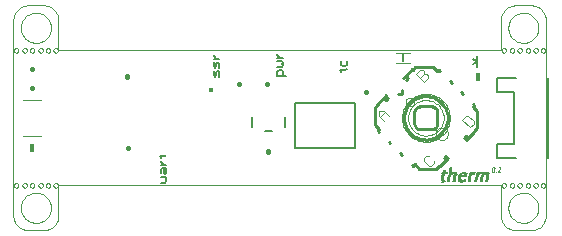
<source format=gto>
G75*
%MOIN*%
%OFA0B0*%
%FSLAX24Y24*%
%IPPOS*%
%LPD*%
%AMOC8*
5,1,8,0,0,1.08239X$1,22.5*
%
%ADD10C,0.0000*%
%ADD11C,0.0050*%
%ADD12C,0.0100*%
%ADD13C,0.0020*%
%ADD14C,0.0040*%
%ADD15C,0.0080*%
%ADD16R,0.0050X0.0305*%
%ADD17C,0.0160*%
%ADD18R,0.0160X0.0280*%
%ADD19R,0.0177X0.0177*%
%ADD20R,0.0100X0.0020*%
%ADD21R,0.0160X0.0020*%
%ADD22R,0.0180X0.0020*%
%ADD23R,0.0240X0.0020*%
%ADD24R,0.0140X0.0020*%
%ADD25R,0.0060X0.0020*%
%ADD26R,0.0120X0.0020*%
%ADD27R,0.0080X0.0020*%
%ADD28R,0.0300X0.0020*%
%ADD29R,0.0200X0.0020*%
%ADD30R,0.0280X0.0020*%
%ADD31R,0.0440X0.0020*%
%ADD32R,0.0220X0.0020*%
%ADD33R,0.0260X0.0020*%
%ADD34R,0.0020X0.0020*%
%ADD35R,0.0040X0.0020*%
D10*
X004943Y002893D02*
X005443Y002893D01*
X005487Y002895D01*
X005530Y002901D01*
X005572Y002910D01*
X005614Y002923D01*
X005654Y002940D01*
X005693Y002960D01*
X005730Y002983D01*
X005764Y003010D01*
X005797Y003039D01*
X005826Y003072D01*
X005853Y003106D01*
X005876Y003143D01*
X005896Y003182D01*
X005913Y003222D01*
X005926Y003264D01*
X005935Y003306D01*
X005941Y003349D01*
X005943Y003393D01*
X005943Y004393D01*
X020693Y004393D01*
X020693Y003393D01*
X020695Y003349D01*
X020701Y003306D01*
X020710Y003264D01*
X020723Y003222D01*
X020740Y003182D01*
X020760Y003143D01*
X020783Y003106D01*
X020810Y003072D01*
X020839Y003039D01*
X020872Y003010D01*
X020906Y002983D01*
X020943Y002960D01*
X020982Y002940D01*
X021022Y002923D01*
X021064Y002910D01*
X021106Y002901D01*
X021149Y002895D01*
X021193Y002893D01*
X021693Y002893D01*
X021737Y002895D01*
X021780Y002901D01*
X021822Y002910D01*
X021864Y002923D01*
X021904Y002940D01*
X021943Y002960D01*
X021980Y002983D01*
X022014Y003010D01*
X022047Y003039D01*
X022076Y003072D01*
X022103Y003106D01*
X022126Y003143D01*
X022146Y003182D01*
X022163Y003222D01*
X022176Y003264D01*
X022185Y003306D01*
X022191Y003349D01*
X022193Y003393D01*
X022193Y009893D01*
X022191Y009937D01*
X022185Y009980D01*
X022176Y010022D01*
X022163Y010064D01*
X022146Y010104D01*
X022126Y010143D01*
X022103Y010180D01*
X022076Y010214D01*
X022047Y010247D01*
X022014Y010276D01*
X021980Y010303D01*
X021943Y010326D01*
X021904Y010346D01*
X021864Y010363D01*
X021822Y010376D01*
X021780Y010385D01*
X021737Y010391D01*
X021693Y010393D01*
X021193Y010393D01*
X021149Y010391D01*
X021106Y010385D01*
X021064Y010376D01*
X021022Y010363D01*
X020982Y010346D01*
X020943Y010326D01*
X020906Y010303D01*
X020872Y010276D01*
X020839Y010247D01*
X020810Y010214D01*
X020783Y010180D01*
X020760Y010143D01*
X020740Y010104D01*
X020723Y010064D01*
X020710Y010022D01*
X020701Y009980D01*
X020695Y009937D01*
X020693Y009893D01*
X020693Y008893D01*
X005943Y008893D01*
X005943Y009893D01*
X005941Y009937D01*
X005935Y009980D01*
X005926Y010022D01*
X005913Y010064D01*
X005896Y010104D01*
X005876Y010143D01*
X005853Y010180D01*
X005826Y010214D01*
X005797Y010247D01*
X005764Y010276D01*
X005730Y010303D01*
X005693Y010326D01*
X005654Y010346D01*
X005614Y010363D01*
X005572Y010376D01*
X005530Y010385D01*
X005487Y010391D01*
X005443Y010393D01*
X004943Y010393D01*
X004899Y010391D01*
X004856Y010385D01*
X004814Y010376D01*
X004772Y010363D01*
X004732Y010346D01*
X004693Y010326D01*
X004656Y010303D01*
X004622Y010276D01*
X004589Y010247D01*
X004560Y010214D01*
X004533Y010180D01*
X004510Y010143D01*
X004490Y010104D01*
X004473Y010064D01*
X004460Y010022D01*
X004451Y009980D01*
X004445Y009937D01*
X004443Y009893D01*
X004443Y003393D01*
X004445Y003349D01*
X004451Y003306D01*
X004460Y003264D01*
X004473Y003222D01*
X004490Y003182D01*
X004510Y003143D01*
X004533Y003106D01*
X004560Y003072D01*
X004589Y003039D01*
X004622Y003010D01*
X004656Y002983D01*
X004693Y002960D01*
X004732Y002940D01*
X004772Y002923D01*
X004814Y002910D01*
X004856Y002901D01*
X004899Y002895D01*
X004943Y002893D01*
X004693Y003643D02*
X004695Y003687D01*
X004701Y003731D01*
X004711Y003774D01*
X004724Y003816D01*
X004741Y003857D01*
X004762Y003896D01*
X004786Y003933D01*
X004813Y003968D01*
X004843Y004000D01*
X004876Y004030D01*
X004912Y004056D01*
X004949Y004080D01*
X004989Y004099D01*
X005030Y004116D01*
X005073Y004128D01*
X005116Y004137D01*
X005160Y004142D01*
X005204Y004143D01*
X005248Y004140D01*
X005292Y004133D01*
X005335Y004122D01*
X005377Y004108D01*
X005417Y004090D01*
X005456Y004068D01*
X005492Y004044D01*
X005526Y004016D01*
X005558Y003985D01*
X005587Y003951D01*
X005613Y003915D01*
X005635Y003877D01*
X005654Y003837D01*
X005669Y003795D01*
X005681Y003753D01*
X005689Y003709D01*
X005693Y003665D01*
X005693Y003621D01*
X005689Y003577D01*
X005681Y003533D01*
X005669Y003491D01*
X005654Y003449D01*
X005635Y003409D01*
X005613Y003371D01*
X005587Y003335D01*
X005558Y003301D01*
X005526Y003270D01*
X005492Y003242D01*
X005456Y003218D01*
X005417Y003196D01*
X005377Y003178D01*
X005335Y003164D01*
X005292Y003153D01*
X005248Y003146D01*
X005204Y003143D01*
X005160Y003144D01*
X005116Y003149D01*
X005073Y003158D01*
X005030Y003170D01*
X004989Y003187D01*
X004949Y003206D01*
X004912Y003230D01*
X004876Y003256D01*
X004843Y003286D01*
X004813Y003318D01*
X004786Y003353D01*
X004762Y003390D01*
X004741Y003429D01*
X004724Y003470D01*
X004711Y003512D01*
X004701Y003555D01*
X004695Y003599D01*
X004693Y003643D01*
X004743Y004393D02*
X004745Y004410D01*
X004750Y004426D01*
X004759Y004440D01*
X004771Y004452D01*
X004785Y004461D01*
X004801Y004466D01*
X004818Y004468D01*
X004835Y004466D01*
X004851Y004461D01*
X004865Y004452D01*
X004877Y004440D01*
X004886Y004426D01*
X004891Y004410D01*
X004893Y004393D01*
X004891Y004376D01*
X004886Y004360D01*
X004877Y004346D01*
X004865Y004334D01*
X004851Y004325D01*
X004835Y004320D01*
X004818Y004318D01*
X004801Y004320D01*
X004785Y004325D01*
X004771Y004334D01*
X004759Y004346D01*
X004750Y004360D01*
X004745Y004376D01*
X004743Y004393D01*
X004462Y004393D02*
X004464Y004410D01*
X004469Y004426D01*
X004478Y004440D01*
X004490Y004452D01*
X004504Y004461D01*
X004520Y004466D01*
X004537Y004468D01*
X004554Y004466D01*
X004570Y004461D01*
X004584Y004452D01*
X004596Y004440D01*
X004605Y004426D01*
X004610Y004410D01*
X004612Y004393D01*
X004610Y004376D01*
X004605Y004360D01*
X004596Y004346D01*
X004584Y004334D01*
X004570Y004325D01*
X004554Y004320D01*
X004537Y004318D01*
X004520Y004320D01*
X004504Y004325D01*
X004490Y004334D01*
X004478Y004346D01*
X004469Y004360D01*
X004464Y004376D01*
X004462Y004393D01*
X004993Y004393D02*
X004995Y004410D01*
X005000Y004426D01*
X005009Y004440D01*
X005021Y004452D01*
X005035Y004461D01*
X005051Y004466D01*
X005068Y004468D01*
X005085Y004466D01*
X005101Y004461D01*
X005115Y004452D01*
X005127Y004440D01*
X005136Y004426D01*
X005141Y004410D01*
X005143Y004393D01*
X005141Y004376D01*
X005136Y004360D01*
X005127Y004346D01*
X005115Y004334D01*
X005101Y004325D01*
X005085Y004320D01*
X005068Y004318D01*
X005051Y004320D01*
X005035Y004325D01*
X005021Y004334D01*
X005009Y004346D01*
X005000Y004360D01*
X004995Y004376D01*
X004993Y004393D01*
X005274Y004393D02*
X005276Y004410D01*
X005281Y004426D01*
X005290Y004440D01*
X005302Y004452D01*
X005316Y004461D01*
X005332Y004466D01*
X005349Y004468D01*
X005366Y004466D01*
X005382Y004461D01*
X005396Y004452D01*
X005408Y004440D01*
X005417Y004426D01*
X005422Y004410D01*
X005424Y004393D01*
X005422Y004376D01*
X005417Y004360D01*
X005408Y004346D01*
X005396Y004334D01*
X005382Y004325D01*
X005366Y004320D01*
X005349Y004318D01*
X005332Y004320D01*
X005316Y004325D01*
X005302Y004334D01*
X005290Y004346D01*
X005281Y004360D01*
X005276Y004376D01*
X005274Y004393D01*
X005524Y004393D02*
X005526Y004410D01*
X005531Y004426D01*
X005540Y004440D01*
X005552Y004452D01*
X005566Y004461D01*
X005582Y004466D01*
X005599Y004468D01*
X005616Y004466D01*
X005632Y004461D01*
X005646Y004452D01*
X005658Y004440D01*
X005667Y004426D01*
X005672Y004410D01*
X005674Y004393D01*
X005672Y004376D01*
X005667Y004360D01*
X005658Y004346D01*
X005646Y004334D01*
X005632Y004325D01*
X005616Y004320D01*
X005599Y004318D01*
X005582Y004320D01*
X005566Y004325D01*
X005552Y004334D01*
X005540Y004346D01*
X005531Y004360D01*
X005526Y004376D01*
X005524Y004393D01*
X005774Y004393D02*
X005776Y004410D01*
X005781Y004426D01*
X005790Y004440D01*
X005802Y004452D01*
X005816Y004461D01*
X005832Y004466D01*
X005849Y004468D01*
X005866Y004466D01*
X005882Y004461D01*
X005896Y004452D01*
X005908Y004440D01*
X005917Y004426D01*
X005922Y004410D01*
X005924Y004393D01*
X005922Y004376D01*
X005917Y004360D01*
X005908Y004346D01*
X005896Y004334D01*
X005882Y004325D01*
X005866Y004320D01*
X005849Y004318D01*
X005832Y004320D01*
X005816Y004325D01*
X005802Y004334D01*
X005790Y004346D01*
X005781Y004360D01*
X005776Y004376D01*
X005774Y004393D01*
X005774Y008893D02*
X005776Y008910D01*
X005781Y008926D01*
X005790Y008940D01*
X005802Y008952D01*
X005816Y008961D01*
X005832Y008966D01*
X005849Y008968D01*
X005866Y008966D01*
X005882Y008961D01*
X005896Y008952D01*
X005908Y008940D01*
X005917Y008926D01*
X005922Y008910D01*
X005924Y008893D01*
X005922Y008876D01*
X005917Y008860D01*
X005908Y008846D01*
X005896Y008834D01*
X005882Y008825D01*
X005866Y008820D01*
X005849Y008818D01*
X005832Y008820D01*
X005816Y008825D01*
X005802Y008834D01*
X005790Y008846D01*
X005781Y008860D01*
X005776Y008876D01*
X005774Y008893D01*
X005524Y008893D02*
X005526Y008910D01*
X005531Y008926D01*
X005540Y008940D01*
X005552Y008952D01*
X005566Y008961D01*
X005582Y008966D01*
X005599Y008968D01*
X005616Y008966D01*
X005632Y008961D01*
X005646Y008952D01*
X005658Y008940D01*
X005667Y008926D01*
X005672Y008910D01*
X005674Y008893D01*
X005672Y008876D01*
X005667Y008860D01*
X005658Y008846D01*
X005646Y008834D01*
X005632Y008825D01*
X005616Y008820D01*
X005599Y008818D01*
X005582Y008820D01*
X005566Y008825D01*
X005552Y008834D01*
X005540Y008846D01*
X005531Y008860D01*
X005526Y008876D01*
X005524Y008893D01*
X005274Y008893D02*
X005276Y008910D01*
X005281Y008926D01*
X005290Y008940D01*
X005302Y008952D01*
X005316Y008961D01*
X005332Y008966D01*
X005349Y008968D01*
X005366Y008966D01*
X005382Y008961D01*
X005396Y008952D01*
X005408Y008940D01*
X005417Y008926D01*
X005422Y008910D01*
X005424Y008893D01*
X005422Y008876D01*
X005417Y008860D01*
X005408Y008846D01*
X005396Y008834D01*
X005382Y008825D01*
X005366Y008820D01*
X005349Y008818D01*
X005332Y008820D01*
X005316Y008825D01*
X005302Y008834D01*
X005290Y008846D01*
X005281Y008860D01*
X005276Y008876D01*
X005274Y008893D01*
X004993Y008893D02*
X004995Y008910D01*
X005000Y008926D01*
X005009Y008940D01*
X005021Y008952D01*
X005035Y008961D01*
X005051Y008966D01*
X005068Y008968D01*
X005085Y008966D01*
X005101Y008961D01*
X005115Y008952D01*
X005127Y008940D01*
X005136Y008926D01*
X005141Y008910D01*
X005143Y008893D01*
X005141Y008876D01*
X005136Y008860D01*
X005127Y008846D01*
X005115Y008834D01*
X005101Y008825D01*
X005085Y008820D01*
X005068Y008818D01*
X005051Y008820D01*
X005035Y008825D01*
X005021Y008834D01*
X005009Y008846D01*
X005000Y008860D01*
X004995Y008876D01*
X004993Y008893D01*
X004743Y008893D02*
X004745Y008910D01*
X004750Y008926D01*
X004759Y008940D01*
X004771Y008952D01*
X004785Y008961D01*
X004801Y008966D01*
X004818Y008968D01*
X004835Y008966D01*
X004851Y008961D01*
X004865Y008952D01*
X004877Y008940D01*
X004886Y008926D01*
X004891Y008910D01*
X004893Y008893D01*
X004891Y008876D01*
X004886Y008860D01*
X004877Y008846D01*
X004865Y008834D01*
X004851Y008825D01*
X004835Y008820D01*
X004818Y008818D01*
X004801Y008820D01*
X004785Y008825D01*
X004771Y008834D01*
X004759Y008846D01*
X004750Y008860D01*
X004745Y008876D01*
X004743Y008893D01*
X004462Y008893D02*
X004464Y008910D01*
X004469Y008926D01*
X004478Y008940D01*
X004490Y008952D01*
X004504Y008961D01*
X004520Y008966D01*
X004537Y008968D01*
X004554Y008966D01*
X004570Y008961D01*
X004584Y008952D01*
X004596Y008940D01*
X004605Y008926D01*
X004610Y008910D01*
X004612Y008893D01*
X004610Y008876D01*
X004605Y008860D01*
X004596Y008846D01*
X004584Y008834D01*
X004570Y008825D01*
X004554Y008820D01*
X004537Y008818D01*
X004520Y008820D01*
X004504Y008825D01*
X004490Y008834D01*
X004478Y008846D01*
X004469Y008860D01*
X004464Y008876D01*
X004462Y008893D01*
X004693Y009643D02*
X004695Y009687D01*
X004701Y009731D01*
X004711Y009774D01*
X004724Y009816D01*
X004741Y009857D01*
X004762Y009896D01*
X004786Y009933D01*
X004813Y009968D01*
X004843Y010000D01*
X004876Y010030D01*
X004912Y010056D01*
X004949Y010080D01*
X004989Y010099D01*
X005030Y010116D01*
X005073Y010128D01*
X005116Y010137D01*
X005160Y010142D01*
X005204Y010143D01*
X005248Y010140D01*
X005292Y010133D01*
X005335Y010122D01*
X005377Y010108D01*
X005417Y010090D01*
X005456Y010068D01*
X005492Y010044D01*
X005526Y010016D01*
X005558Y009985D01*
X005587Y009951D01*
X005613Y009915D01*
X005635Y009877D01*
X005654Y009837D01*
X005669Y009795D01*
X005681Y009753D01*
X005689Y009709D01*
X005693Y009665D01*
X005693Y009621D01*
X005689Y009577D01*
X005681Y009533D01*
X005669Y009491D01*
X005654Y009449D01*
X005635Y009409D01*
X005613Y009371D01*
X005587Y009335D01*
X005558Y009301D01*
X005526Y009270D01*
X005492Y009242D01*
X005456Y009218D01*
X005417Y009196D01*
X005377Y009178D01*
X005335Y009164D01*
X005292Y009153D01*
X005248Y009146D01*
X005204Y009143D01*
X005160Y009144D01*
X005116Y009149D01*
X005073Y009158D01*
X005030Y009170D01*
X004989Y009187D01*
X004949Y009206D01*
X004912Y009230D01*
X004876Y009256D01*
X004843Y009286D01*
X004813Y009318D01*
X004786Y009353D01*
X004762Y009390D01*
X004741Y009429D01*
X004724Y009470D01*
X004711Y009512D01*
X004701Y009555D01*
X004695Y009599D01*
X004693Y009643D01*
X017516Y007172D02*
X017518Y007196D01*
X017524Y007219D01*
X017533Y007241D01*
X017546Y007261D01*
X017561Y007279D01*
X017580Y007294D01*
X017601Y007306D01*
X017623Y007314D01*
X017646Y007319D01*
X017670Y007320D01*
X017694Y007317D01*
X017716Y007310D01*
X017738Y007300D01*
X017758Y007287D01*
X017775Y007270D01*
X017789Y007251D01*
X017800Y007230D01*
X017808Y007207D01*
X017812Y007184D01*
X017812Y007160D01*
X017808Y007137D01*
X017800Y007114D01*
X017789Y007093D01*
X017775Y007074D01*
X017758Y007057D01*
X017738Y007044D01*
X017716Y007034D01*
X017694Y007027D01*
X017670Y007024D01*
X017646Y007025D01*
X017623Y007030D01*
X017601Y007038D01*
X017580Y007050D01*
X017561Y007065D01*
X017546Y007083D01*
X017533Y007103D01*
X017524Y007125D01*
X017518Y007148D01*
X017516Y007172D01*
X018515Y006114D02*
X018517Y006142D01*
X018523Y006170D01*
X018532Y006196D01*
X018545Y006222D01*
X018561Y006245D01*
X018581Y006265D01*
X018603Y006283D01*
X018627Y006298D01*
X018653Y006309D01*
X018680Y006317D01*
X018708Y006321D01*
X018736Y006321D01*
X018764Y006317D01*
X018791Y006309D01*
X018817Y006298D01*
X018841Y006283D01*
X018863Y006265D01*
X018883Y006245D01*
X018899Y006222D01*
X018912Y006196D01*
X018921Y006170D01*
X018927Y006142D01*
X018929Y006114D01*
X018927Y006086D01*
X018921Y006058D01*
X018912Y006032D01*
X018899Y006006D01*
X018883Y005983D01*
X018863Y005963D01*
X018841Y005945D01*
X018817Y005930D01*
X018791Y005919D01*
X018764Y005911D01*
X018736Y005907D01*
X018708Y005907D01*
X018680Y005911D01*
X018653Y005919D01*
X018627Y005930D01*
X018603Y005945D01*
X018581Y005963D01*
X018561Y005983D01*
X018545Y006006D01*
X018532Y006032D01*
X018523Y006058D01*
X018517Y006086D01*
X018515Y006114D01*
X020712Y004393D02*
X020714Y004410D01*
X020719Y004426D01*
X020728Y004440D01*
X020740Y004452D01*
X020754Y004461D01*
X020770Y004466D01*
X020787Y004468D01*
X020804Y004466D01*
X020820Y004461D01*
X020834Y004452D01*
X020846Y004440D01*
X020855Y004426D01*
X020860Y004410D01*
X020862Y004393D01*
X020860Y004376D01*
X020855Y004360D01*
X020846Y004346D01*
X020834Y004334D01*
X020820Y004325D01*
X020804Y004320D01*
X020787Y004318D01*
X020770Y004320D01*
X020754Y004325D01*
X020740Y004334D01*
X020728Y004346D01*
X020719Y004360D01*
X020714Y004376D01*
X020712Y004393D01*
X020993Y004393D02*
X020995Y004410D01*
X021000Y004426D01*
X021009Y004440D01*
X021021Y004452D01*
X021035Y004461D01*
X021051Y004466D01*
X021068Y004468D01*
X021085Y004466D01*
X021101Y004461D01*
X021115Y004452D01*
X021127Y004440D01*
X021136Y004426D01*
X021141Y004410D01*
X021143Y004393D01*
X021141Y004376D01*
X021136Y004360D01*
X021127Y004346D01*
X021115Y004334D01*
X021101Y004325D01*
X021085Y004320D01*
X021068Y004318D01*
X021051Y004320D01*
X021035Y004325D01*
X021021Y004334D01*
X021009Y004346D01*
X021000Y004360D01*
X020995Y004376D01*
X020993Y004393D01*
X021243Y004393D02*
X021245Y004410D01*
X021250Y004426D01*
X021259Y004440D01*
X021271Y004452D01*
X021285Y004461D01*
X021301Y004466D01*
X021318Y004468D01*
X021335Y004466D01*
X021351Y004461D01*
X021365Y004452D01*
X021377Y004440D01*
X021386Y004426D01*
X021391Y004410D01*
X021393Y004393D01*
X021391Y004376D01*
X021386Y004360D01*
X021377Y004346D01*
X021365Y004334D01*
X021351Y004325D01*
X021335Y004320D01*
X021318Y004318D01*
X021301Y004320D01*
X021285Y004325D01*
X021271Y004334D01*
X021259Y004346D01*
X021250Y004360D01*
X021245Y004376D01*
X021243Y004393D01*
X021524Y004393D02*
X021526Y004410D01*
X021531Y004426D01*
X021540Y004440D01*
X021552Y004452D01*
X021566Y004461D01*
X021582Y004466D01*
X021599Y004468D01*
X021616Y004466D01*
X021632Y004461D01*
X021646Y004452D01*
X021658Y004440D01*
X021667Y004426D01*
X021672Y004410D01*
X021674Y004393D01*
X021672Y004376D01*
X021667Y004360D01*
X021658Y004346D01*
X021646Y004334D01*
X021632Y004325D01*
X021616Y004320D01*
X021599Y004318D01*
X021582Y004320D01*
X021566Y004325D01*
X021552Y004334D01*
X021540Y004346D01*
X021531Y004360D01*
X021526Y004376D01*
X021524Y004393D01*
X021774Y004393D02*
X021776Y004410D01*
X021781Y004426D01*
X021790Y004440D01*
X021802Y004452D01*
X021816Y004461D01*
X021832Y004466D01*
X021849Y004468D01*
X021866Y004466D01*
X021882Y004461D01*
X021896Y004452D01*
X021908Y004440D01*
X021917Y004426D01*
X021922Y004410D01*
X021924Y004393D01*
X021922Y004376D01*
X021917Y004360D01*
X021908Y004346D01*
X021896Y004334D01*
X021882Y004325D01*
X021866Y004320D01*
X021849Y004318D01*
X021832Y004320D01*
X021816Y004325D01*
X021802Y004334D01*
X021790Y004346D01*
X021781Y004360D01*
X021776Y004376D01*
X021774Y004393D01*
X022024Y004393D02*
X022026Y004410D01*
X022031Y004426D01*
X022040Y004440D01*
X022052Y004452D01*
X022066Y004461D01*
X022082Y004466D01*
X022099Y004468D01*
X022116Y004466D01*
X022132Y004461D01*
X022146Y004452D01*
X022158Y004440D01*
X022167Y004426D01*
X022172Y004410D01*
X022174Y004393D01*
X022172Y004376D01*
X022167Y004360D01*
X022158Y004346D01*
X022146Y004334D01*
X022132Y004325D01*
X022116Y004320D01*
X022099Y004318D01*
X022082Y004320D01*
X022066Y004325D01*
X022052Y004334D01*
X022040Y004346D01*
X022031Y004360D01*
X022026Y004376D01*
X022024Y004393D01*
X020943Y003643D02*
X020945Y003687D01*
X020951Y003731D01*
X020961Y003774D01*
X020974Y003816D01*
X020991Y003857D01*
X021012Y003896D01*
X021036Y003933D01*
X021063Y003968D01*
X021093Y004000D01*
X021126Y004030D01*
X021162Y004056D01*
X021199Y004080D01*
X021239Y004099D01*
X021280Y004116D01*
X021323Y004128D01*
X021366Y004137D01*
X021410Y004142D01*
X021454Y004143D01*
X021498Y004140D01*
X021542Y004133D01*
X021585Y004122D01*
X021627Y004108D01*
X021667Y004090D01*
X021706Y004068D01*
X021742Y004044D01*
X021776Y004016D01*
X021808Y003985D01*
X021837Y003951D01*
X021863Y003915D01*
X021885Y003877D01*
X021904Y003837D01*
X021919Y003795D01*
X021931Y003753D01*
X021939Y003709D01*
X021943Y003665D01*
X021943Y003621D01*
X021939Y003577D01*
X021931Y003533D01*
X021919Y003491D01*
X021904Y003449D01*
X021885Y003409D01*
X021863Y003371D01*
X021837Y003335D01*
X021808Y003301D01*
X021776Y003270D01*
X021742Y003242D01*
X021706Y003218D01*
X021667Y003196D01*
X021627Y003178D01*
X021585Y003164D01*
X021542Y003153D01*
X021498Y003146D01*
X021454Y003143D01*
X021410Y003144D01*
X021366Y003149D01*
X021323Y003158D01*
X021280Y003170D01*
X021239Y003187D01*
X021199Y003206D01*
X021162Y003230D01*
X021126Y003256D01*
X021093Y003286D01*
X021063Y003318D01*
X021036Y003353D01*
X021012Y003390D01*
X020991Y003429D01*
X020974Y003470D01*
X020961Y003512D01*
X020951Y003555D01*
X020945Y003599D01*
X020943Y003643D01*
X020993Y008893D02*
X020995Y008910D01*
X021000Y008926D01*
X021009Y008940D01*
X021021Y008952D01*
X021035Y008961D01*
X021051Y008966D01*
X021068Y008968D01*
X021085Y008966D01*
X021101Y008961D01*
X021115Y008952D01*
X021127Y008940D01*
X021136Y008926D01*
X021141Y008910D01*
X021143Y008893D01*
X021141Y008876D01*
X021136Y008860D01*
X021127Y008846D01*
X021115Y008834D01*
X021101Y008825D01*
X021085Y008820D01*
X021068Y008818D01*
X021051Y008820D01*
X021035Y008825D01*
X021021Y008834D01*
X021009Y008846D01*
X021000Y008860D01*
X020995Y008876D01*
X020993Y008893D01*
X020712Y008893D02*
X020714Y008910D01*
X020719Y008926D01*
X020728Y008940D01*
X020740Y008952D01*
X020754Y008961D01*
X020770Y008966D01*
X020787Y008968D01*
X020804Y008966D01*
X020820Y008961D01*
X020834Y008952D01*
X020846Y008940D01*
X020855Y008926D01*
X020860Y008910D01*
X020862Y008893D01*
X020860Y008876D01*
X020855Y008860D01*
X020846Y008846D01*
X020834Y008834D01*
X020820Y008825D01*
X020804Y008820D01*
X020787Y008818D01*
X020770Y008820D01*
X020754Y008825D01*
X020740Y008834D01*
X020728Y008846D01*
X020719Y008860D01*
X020714Y008876D01*
X020712Y008893D01*
X021243Y008893D02*
X021245Y008910D01*
X021250Y008926D01*
X021259Y008940D01*
X021271Y008952D01*
X021285Y008961D01*
X021301Y008966D01*
X021318Y008968D01*
X021335Y008966D01*
X021351Y008961D01*
X021365Y008952D01*
X021377Y008940D01*
X021386Y008926D01*
X021391Y008910D01*
X021393Y008893D01*
X021391Y008876D01*
X021386Y008860D01*
X021377Y008846D01*
X021365Y008834D01*
X021351Y008825D01*
X021335Y008820D01*
X021318Y008818D01*
X021301Y008820D01*
X021285Y008825D01*
X021271Y008834D01*
X021259Y008846D01*
X021250Y008860D01*
X021245Y008876D01*
X021243Y008893D01*
X021524Y008893D02*
X021526Y008910D01*
X021531Y008926D01*
X021540Y008940D01*
X021552Y008952D01*
X021566Y008961D01*
X021582Y008966D01*
X021599Y008968D01*
X021616Y008966D01*
X021632Y008961D01*
X021646Y008952D01*
X021658Y008940D01*
X021667Y008926D01*
X021672Y008910D01*
X021674Y008893D01*
X021672Y008876D01*
X021667Y008860D01*
X021658Y008846D01*
X021646Y008834D01*
X021632Y008825D01*
X021616Y008820D01*
X021599Y008818D01*
X021582Y008820D01*
X021566Y008825D01*
X021552Y008834D01*
X021540Y008846D01*
X021531Y008860D01*
X021526Y008876D01*
X021524Y008893D01*
X021774Y008893D02*
X021776Y008910D01*
X021781Y008926D01*
X021790Y008940D01*
X021802Y008952D01*
X021816Y008961D01*
X021832Y008966D01*
X021849Y008968D01*
X021866Y008966D01*
X021882Y008961D01*
X021896Y008952D01*
X021908Y008940D01*
X021917Y008926D01*
X021922Y008910D01*
X021924Y008893D01*
X021922Y008876D01*
X021917Y008860D01*
X021908Y008846D01*
X021896Y008834D01*
X021882Y008825D01*
X021866Y008820D01*
X021849Y008818D01*
X021832Y008820D01*
X021816Y008825D01*
X021802Y008834D01*
X021790Y008846D01*
X021781Y008860D01*
X021776Y008876D01*
X021774Y008893D01*
X022024Y008893D02*
X022026Y008910D01*
X022031Y008926D01*
X022040Y008940D01*
X022052Y008952D01*
X022066Y008961D01*
X022082Y008966D01*
X022099Y008968D01*
X022116Y008966D01*
X022132Y008961D01*
X022146Y008952D01*
X022158Y008940D01*
X022167Y008926D01*
X022172Y008910D01*
X022174Y008893D01*
X022172Y008876D01*
X022167Y008860D01*
X022158Y008846D01*
X022146Y008834D01*
X022132Y008825D01*
X022116Y008820D01*
X022099Y008818D01*
X022082Y008820D01*
X022066Y008825D01*
X022052Y008834D01*
X022040Y008846D01*
X022031Y008860D01*
X022026Y008876D01*
X022024Y008893D01*
X020943Y009643D02*
X020945Y009687D01*
X020951Y009731D01*
X020961Y009774D01*
X020974Y009816D01*
X020991Y009857D01*
X021012Y009896D01*
X021036Y009933D01*
X021063Y009968D01*
X021093Y010000D01*
X021126Y010030D01*
X021162Y010056D01*
X021199Y010080D01*
X021239Y010099D01*
X021280Y010116D01*
X021323Y010128D01*
X021366Y010137D01*
X021410Y010142D01*
X021454Y010143D01*
X021498Y010140D01*
X021542Y010133D01*
X021585Y010122D01*
X021627Y010108D01*
X021667Y010090D01*
X021706Y010068D01*
X021742Y010044D01*
X021776Y010016D01*
X021808Y009985D01*
X021837Y009951D01*
X021863Y009915D01*
X021885Y009877D01*
X021904Y009837D01*
X021919Y009795D01*
X021931Y009753D01*
X021939Y009709D01*
X021943Y009665D01*
X021943Y009621D01*
X021939Y009577D01*
X021931Y009533D01*
X021919Y009491D01*
X021904Y009449D01*
X021885Y009409D01*
X021863Y009371D01*
X021837Y009335D01*
X021808Y009301D01*
X021776Y009270D01*
X021742Y009242D01*
X021706Y009218D01*
X021667Y009196D01*
X021627Y009178D01*
X021585Y009164D01*
X021542Y009153D01*
X021498Y009146D01*
X021454Y009143D01*
X021410Y009144D01*
X021366Y009149D01*
X021323Y009158D01*
X021280Y009170D01*
X021239Y009187D01*
X021199Y009206D01*
X021162Y009230D01*
X021126Y009256D01*
X021093Y009286D01*
X021063Y009318D01*
X021036Y009353D01*
X021012Y009390D01*
X020991Y009429D01*
X020974Y009470D01*
X020961Y009512D01*
X020951Y009555D01*
X020945Y009599D01*
X020943Y009643D01*
D11*
X015818Y007143D02*
X015818Y005643D01*
X013818Y005643D01*
X013818Y007143D01*
X015818Y007143D01*
X015370Y008177D02*
X015370Y008267D01*
X015325Y008222D02*
X015505Y008222D01*
X015550Y008267D01*
X015505Y008374D02*
X015550Y008419D01*
X015550Y008554D01*
X015370Y008554D02*
X015370Y008419D01*
X015415Y008374D01*
X015505Y008374D01*
X013515Y008052D02*
X013245Y008052D01*
X013245Y008187D01*
X013290Y008232D01*
X013380Y008232D01*
X013425Y008187D01*
X013425Y008052D01*
X013380Y008347D02*
X013245Y008347D01*
X013380Y008347D02*
X013425Y008392D01*
X013380Y008437D01*
X013425Y008482D01*
X013380Y008527D01*
X013245Y008527D01*
X013245Y008642D02*
X013425Y008642D01*
X013335Y008642D02*
X013245Y008732D01*
X013245Y008777D01*
X011300Y008610D02*
X011120Y008610D01*
X011210Y008610D02*
X011120Y008700D01*
X011120Y008745D01*
X011120Y008496D02*
X011120Y008361D01*
X011165Y008316D01*
X011210Y008361D01*
X011210Y008451D01*
X011255Y008496D01*
X011300Y008451D01*
X011300Y008316D01*
X011255Y008201D02*
X011210Y008156D01*
X011210Y008066D01*
X011165Y008021D01*
X011120Y008066D01*
X011120Y008201D01*
X011255Y008201D02*
X011300Y008156D01*
X011300Y008021D01*
X009543Y005406D02*
X009498Y005361D01*
X009318Y005361D01*
X009363Y005316D02*
X009363Y005406D01*
X009363Y005205D02*
X009363Y005160D01*
X009453Y005070D01*
X009543Y005070D02*
X009363Y005070D01*
X009408Y004956D02*
X009543Y004956D01*
X009543Y004820D01*
X009498Y004775D01*
X009453Y004820D01*
X009453Y004956D01*
X009408Y004956D02*
X009363Y004911D01*
X009363Y004820D01*
X009363Y004661D02*
X009543Y004661D01*
X009543Y004526D01*
X009498Y004481D01*
X009363Y004481D01*
D12*
X016500Y006407D02*
X016500Y006991D01*
X016594Y007085D01*
X016578Y007100D01*
X016791Y007313D01*
X016783Y007321D02*
X016864Y007240D01*
X016937Y007314D01*
X016856Y007395D02*
X016783Y007321D01*
X017251Y007426D02*
X017388Y007448D01*
X017410Y007586D01*
X017522Y007899D02*
X017596Y007973D01*
X017523Y008045D01*
X017736Y008258D01*
X017752Y008243D01*
X017845Y008336D01*
X018429Y008336D01*
X018567Y008198D01*
X018619Y008250D01*
X018652Y008216D01*
X018987Y007882D02*
X019056Y007813D01*
X019362Y007506D02*
X019431Y007437D01*
X019766Y007102D02*
X019799Y007069D01*
X019748Y007018D01*
X019886Y006880D01*
X019886Y006296D01*
X019792Y006202D01*
X019808Y006187D01*
X019595Y005974D01*
X019603Y005965D02*
X019529Y005892D01*
X019603Y005965D02*
X019522Y006046D01*
X019449Y005973D01*
X018577Y006457D02*
X018577Y006830D01*
X018575Y006856D01*
X018570Y006881D01*
X018562Y006905D01*
X018551Y006929D01*
X018536Y006950D01*
X018519Y006969D01*
X018500Y006986D01*
X018479Y007001D01*
X018455Y007012D01*
X018431Y007020D01*
X018406Y007025D01*
X018380Y007027D01*
X018006Y007027D01*
X017980Y007025D01*
X017955Y007020D01*
X017931Y007012D01*
X017908Y007001D01*
X017886Y006986D01*
X017867Y006969D01*
X017850Y006950D01*
X017835Y006929D01*
X017824Y006905D01*
X017816Y006881D01*
X017811Y006856D01*
X017809Y006830D01*
X017809Y006457D01*
X017811Y006431D01*
X017816Y006406D01*
X017824Y006382D01*
X017835Y006359D01*
X017850Y006337D01*
X017867Y006318D01*
X017886Y006301D01*
X017908Y006286D01*
X017931Y006275D01*
X017955Y006267D01*
X017980Y006262D01*
X018006Y006260D01*
X018006Y006259D02*
X018380Y006259D01*
X018380Y006260D02*
X018406Y006262D01*
X018431Y006267D01*
X018455Y006275D01*
X018479Y006286D01*
X018500Y006301D01*
X018519Y006318D01*
X018536Y006337D01*
X018551Y006359D01*
X018562Y006382D01*
X018570Y006406D01*
X018575Y006431D01*
X018577Y006457D01*
X017469Y006643D02*
X017471Y006696D01*
X017477Y006750D01*
X017487Y006802D01*
X017500Y006854D01*
X017518Y006905D01*
X017539Y006954D01*
X017564Y007001D01*
X017592Y007047D01*
X017623Y007090D01*
X017658Y007131D01*
X017695Y007169D01*
X017736Y007204D01*
X017778Y007236D01*
X017823Y007265D01*
X017870Y007291D01*
X017919Y007313D01*
X017969Y007332D01*
X018021Y007346D01*
X018073Y007357D01*
X018126Y007364D01*
X018180Y007367D01*
X018233Y007366D01*
X018286Y007361D01*
X018339Y007352D01*
X018391Y007339D01*
X018442Y007323D01*
X018492Y007303D01*
X018539Y007279D01*
X018585Y007251D01*
X018629Y007221D01*
X018671Y007187D01*
X018710Y007150D01*
X018746Y007111D01*
X018779Y007069D01*
X018809Y007024D01*
X018835Y006978D01*
X018858Y006929D01*
X018877Y006879D01*
X018893Y006828D01*
X018905Y006776D01*
X018913Y006723D01*
X018917Y006670D01*
X018917Y006616D01*
X018913Y006563D01*
X018905Y006510D01*
X018893Y006458D01*
X018877Y006407D01*
X018858Y006357D01*
X018835Y006308D01*
X018809Y006262D01*
X018779Y006217D01*
X018746Y006175D01*
X018710Y006136D01*
X018671Y006099D01*
X018629Y006065D01*
X018585Y006035D01*
X018539Y006007D01*
X018492Y005983D01*
X018442Y005963D01*
X018391Y005947D01*
X018339Y005934D01*
X018286Y005925D01*
X018233Y005920D01*
X018180Y005919D01*
X018126Y005922D01*
X018073Y005929D01*
X018021Y005940D01*
X017969Y005954D01*
X017919Y005973D01*
X017870Y005995D01*
X017823Y006021D01*
X017778Y006050D01*
X017736Y006082D01*
X017695Y006117D01*
X017658Y006155D01*
X017623Y006196D01*
X017592Y006239D01*
X017564Y006285D01*
X017539Y006332D01*
X017518Y006381D01*
X017500Y006432D01*
X017487Y006484D01*
X017477Y006536D01*
X017471Y006590D01*
X017469Y006643D01*
X016638Y006269D02*
X016500Y006407D01*
X016638Y006269D02*
X016587Y006217D01*
X016620Y006184D01*
X016954Y005850D02*
X017009Y005795D01*
X017344Y005460D02*
X017399Y005405D01*
X017734Y005070D02*
X017767Y005037D01*
X017818Y005089D01*
X017956Y004950D01*
X018541Y004950D01*
X018634Y005044D01*
X018649Y005029D01*
X018862Y005242D01*
X018871Y005233D01*
X018944Y005307D01*
X018862Y005242D02*
X018790Y005314D01*
X018863Y005387D01*
X017441Y007980D02*
X017515Y008053D01*
X017523Y008045D01*
D13*
X017396Y006643D02*
X017398Y006699D01*
X017404Y006755D01*
X017414Y006811D01*
X017428Y006865D01*
X017445Y006919D01*
X017466Y006971D01*
X017491Y007021D01*
X017520Y007070D01*
X017552Y007116D01*
X017586Y007160D01*
X017624Y007202D01*
X017665Y007240D01*
X017709Y007276D01*
X017755Y007309D01*
X017803Y007338D01*
X017853Y007364D01*
X017904Y007386D01*
X017957Y007404D01*
X018012Y007419D01*
X018067Y007430D01*
X018123Y007437D01*
X018179Y007440D01*
X018235Y007439D01*
X018291Y007434D01*
X018347Y007425D01*
X018402Y007412D01*
X018455Y007396D01*
X018508Y007375D01*
X018559Y007351D01*
X018608Y007324D01*
X018655Y007293D01*
X018699Y007259D01*
X018741Y007221D01*
X018781Y007181D01*
X018817Y007138D01*
X018851Y007093D01*
X018881Y007046D01*
X018908Y006996D01*
X018931Y006945D01*
X018950Y006892D01*
X018966Y006838D01*
X018978Y006783D01*
X018986Y006727D01*
X018990Y006671D01*
X018990Y006615D01*
X018986Y006559D01*
X018978Y006503D01*
X018966Y006448D01*
X018950Y006394D01*
X018931Y006341D01*
X018908Y006290D01*
X018881Y006240D01*
X018851Y006193D01*
X018817Y006148D01*
X018781Y006105D01*
X018741Y006065D01*
X018699Y006027D01*
X018655Y005993D01*
X018608Y005962D01*
X018559Y005935D01*
X018508Y005911D01*
X018455Y005890D01*
X018402Y005874D01*
X018347Y005861D01*
X018291Y005852D01*
X018235Y005847D01*
X018179Y005846D01*
X018123Y005849D01*
X018067Y005856D01*
X018012Y005867D01*
X017957Y005882D01*
X017904Y005900D01*
X017853Y005922D01*
X017803Y005948D01*
X017755Y005977D01*
X017709Y006010D01*
X017665Y006046D01*
X017624Y006084D01*
X017586Y006126D01*
X017552Y006170D01*
X017520Y006216D01*
X017491Y006265D01*
X017466Y006315D01*
X017445Y006367D01*
X017428Y006421D01*
X017414Y006475D01*
X017404Y006531D01*
X017398Y006587D01*
X017396Y006643D01*
X017602Y006643D02*
X017604Y006691D01*
X017610Y006739D01*
X017620Y006786D01*
X017633Y006832D01*
X017651Y006877D01*
X017671Y006921D01*
X017696Y006963D01*
X017724Y007002D01*
X017754Y007039D01*
X017788Y007073D01*
X017825Y007105D01*
X017863Y007134D01*
X017904Y007159D01*
X017947Y007181D01*
X017992Y007199D01*
X018038Y007213D01*
X018085Y007224D01*
X018133Y007231D01*
X018181Y007234D01*
X018229Y007233D01*
X018277Y007228D01*
X018325Y007219D01*
X018371Y007207D01*
X018416Y007190D01*
X018460Y007170D01*
X018502Y007147D01*
X018542Y007120D01*
X018580Y007090D01*
X018615Y007057D01*
X018647Y007021D01*
X018677Y006983D01*
X018703Y006942D01*
X018725Y006899D01*
X018745Y006855D01*
X018760Y006810D01*
X018772Y006763D01*
X018780Y006715D01*
X018784Y006667D01*
X018784Y006619D01*
X018780Y006571D01*
X018772Y006523D01*
X018760Y006476D01*
X018745Y006431D01*
X018725Y006387D01*
X018703Y006344D01*
X018677Y006303D01*
X018647Y006265D01*
X018615Y006229D01*
X018580Y006196D01*
X018542Y006166D01*
X018502Y006139D01*
X018460Y006116D01*
X018416Y006096D01*
X018371Y006079D01*
X018325Y006067D01*
X018277Y006058D01*
X018229Y006053D01*
X018181Y006052D01*
X018133Y006055D01*
X018085Y006062D01*
X018038Y006073D01*
X017992Y006087D01*
X017947Y006105D01*
X017904Y006127D01*
X017863Y006152D01*
X017825Y006181D01*
X017788Y006213D01*
X017754Y006247D01*
X017724Y006284D01*
X017696Y006323D01*
X017671Y006365D01*
X017651Y006409D01*
X017633Y006454D01*
X017620Y006500D01*
X017610Y006547D01*
X017604Y006595D01*
X017602Y006643D01*
D14*
X016971Y006702D02*
X016801Y006872D01*
X016631Y006872D01*
X016631Y006702D01*
X016801Y006532D01*
X016674Y006660D02*
X016843Y006830D01*
X018123Y007855D02*
X017868Y008110D01*
X017996Y008237D01*
X018081Y008237D01*
X018123Y008194D01*
X018123Y008110D01*
X017996Y007982D01*
X018123Y007855D02*
X018251Y007982D01*
X018251Y008067D01*
X018208Y008110D01*
X018123Y008110D01*
X017675Y008486D02*
X017211Y008486D01*
X017211Y008801D02*
X017675Y008801D01*
X019527Y006706D02*
X019400Y006578D01*
X019654Y006324D01*
X019782Y006451D01*
X019782Y006536D01*
X019612Y006706D01*
X019527Y006706D01*
X018290Y005383D02*
X018205Y005383D01*
X018120Y005298D01*
X018120Y005214D01*
X018290Y005044D01*
X018375Y005044D01*
X018459Y005129D01*
X018459Y005214D01*
X005363Y006033D02*
X004773Y006033D01*
X004773Y007254D02*
X005363Y007254D01*
D15*
X012383Y006687D02*
X012383Y006349D01*
X012837Y006199D02*
X013049Y006199D01*
X013503Y006349D02*
X013503Y006687D01*
X019763Y008426D02*
X019885Y008518D01*
X019885Y008699D01*
X019763Y008604D02*
X019879Y008528D01*
X019885Y008518D02*
X019885Y008337D01*
X020571Y007982D02*
X021201Y007982D01*
X020571Y007982D02*
X020571Y007509D01*
X021122Y007509D01*
X021122Y005777D01*
X020571Y005777D01*
X020571Y005305D01*
X021201Y005305D01*
X022264Y005305D02*
X022264Y007982D01*
D16*
X017413Y008641D03*
D17*
X016205Y007518D02*
X016181Y007518D01*
X012880Y007756D02*
X012880Y007780D01*
X011974Y007780D02*
X011974Y007756D01*
X008224Y008006D02*
X008224Y008030D01*
X005068Y008256D02*
X005068Y008280D01*
X005068Y007655D02*
X005068Y007631D01*
X008255Y005655D02*
X008255Y005631D01*
X012943Y005530D02*
X012943Y005506D01*
D18*
X019943Y008018D03*
X005068Y005643D03*
D19*
X011038Y007582D03*
D20*
X018813Y004856D03*
X018813Y004836D03*
X018793Y004736D03*
X018793Y004716D03*
X018773Y004696D03*
X018773Y004676D03*
X018773Y004656D03*
X018773Y004636D03*
X018773Y004616D03*
X018753Y004596D03*
X018753Y004576D03*
X018753Y004556D03*
X018773Y004476D03*
X018953Y004496D03*
X018953Y004516D03*
X018953Y004536D03*
X018973Y004556D03*
X018973Y004576D03*
X018973Y004596D03*
X018973Y004616D03*
X018973Y004636D03*
X018993Y004656D03*
X018993Y004676D03*
X018993Y004696D03*
X018993Y004716D03*
X019013Y004816D03*
X019013Y004836D03*
X019033Y004856D03*
X019033Y004876D03*
X019033Y004896D03*
X019033Y004916D03*
X019033Y004936D03*
X019153Y004816D03*
X019193Y004716D03*
X019173Y004696D03*
X019173Y004676D03*
X019173Y004656D03*
X019173Y004636D03*
X019173Y004616D03*
X019153Y004596D03*
X019153Y004576D03*
X019153Y004556D03*
X019153Y004536D03*
X019153Y004516D03*
X019133Y004496D03*
X019313Y004596D03*
X019333Y004636D03*
X019333Y004556D03*
X019393Y004476D03*
X019653Y004496D03*
X019653Y004516D03*
X019653Y004536D03*
X019653Y004556D03*
X019653Y004576D03*
X019673Y004596D03*
X019673Y004616D03*
X019673Y004636D03*
X019673Y004656D03*
X019673Y004676D03*
X019693Y004696D03*
X019693Y004716D03*
X019533Y004716D03*
X019533Y004736D03*
X019473Y004816D03*
X019373Y004736D03*
X019353Y004716D03*
X019893Y004636D03*
X019893Y004616D03*
X019893Y004596D03*
X019893Y004576D03*
X019893Y004556D03*
X019873Y004536D03*
X019873Y004516D03*
X019873Y004496D03*
X019913Y004656D03*
X019913Y004676D03*
X019913Y004696D03*
X019913Y004716D03*
X020073Y004636D03*
X020073Y004616D03*
X020073Y004596D03*
X020073Y004576D03*
X020073Y004556D03*
X020053Y004536D03*
X020053Y004516D03*
X020053Y004496D03*
X020093Y004656D03*
X020093Y004676D03*
X020093Y004696D03*
X020093Y004716D03*
X020253Y004636D03*
X020253Y004616D03*
X020253Y004596D03*
X020253Y004576D03*
X020253Y004556D03*
X020233Y004536D03*
X020233Y004516D03*
X020233Y004496D03*
X020273Y004656D03*
X020273Y004676D03*
X020273Y004696D03*
X020273Y004716D03*
X020273Y004736D03*
X020653Y004796D03*
D21*
X020243Y004796D03*
X019463Y004796D03*
X018783Y004516D03*
X018783Y004496D03*
D22*
X018813Y004776D03*
X018813Y004796D03*
X019393Y004496D03*
X019733Y004736D03*
X019733Y004756D03*
X019733Y004776D03*
X019753Y004796D03*
D23*
X019403Y004536D03*
X019403Y004516D03*
D24*
X019013Y004736D03*
X018773Y004536D03*
X019933Y004736D03*
X020113Y004736D03*
D25*
X019813Y004816D03*
X019493Y004556D03*
X020453Y004796D03*
X020653Y004956D03*
D26*
X019523Y004756D03*
X019383Y004756D03*
X019323Y004576D03*
X019183Y004736D03*
X018803Y004816D03*
D27*
X018823Y004876D03*
X019043Y004956D03*
X019323Y004616D03*
X020083Y004816D03*
X020243Y004816D03*
D28*
X019433Y004696D03*
X019433Y004676D03*
X019433Y004656D03*
D29*
X018803Y004756D03*
D30*
X019103Y004756D03*
X019103Y004776D03*
D31*
X020103Y004776D03*
X020103Y004756D03*
D32*
X019453Y004776D03*
D33*
X019093Y004796D03*
X020013Y004796D03*
D34*
X020413Y004836D03*
X020413Y004856D03*
X020413Y004876D03*
X020413Y004896D03*
X020413Y004916D03*
X020433Y004936D03*
X020493Y004916D03*
X020493Y004896D03*
X020493Y004876D03*
X020493Y004856D03*
X020493Y004836D03*
X020493Y004816D03*
X020433Y004816D03*
X020553Y004796D03*
X020633Y004816D03*
X020653Y004856D03*
X020673Y004876D03*
X020693Y004896D03*
X020693Y004916D03*
X020693Y004936D03*
D35*
X020643Y004836D03*
X020483Y004936D03*
X020463Y004956D03*
M02*

</source>
